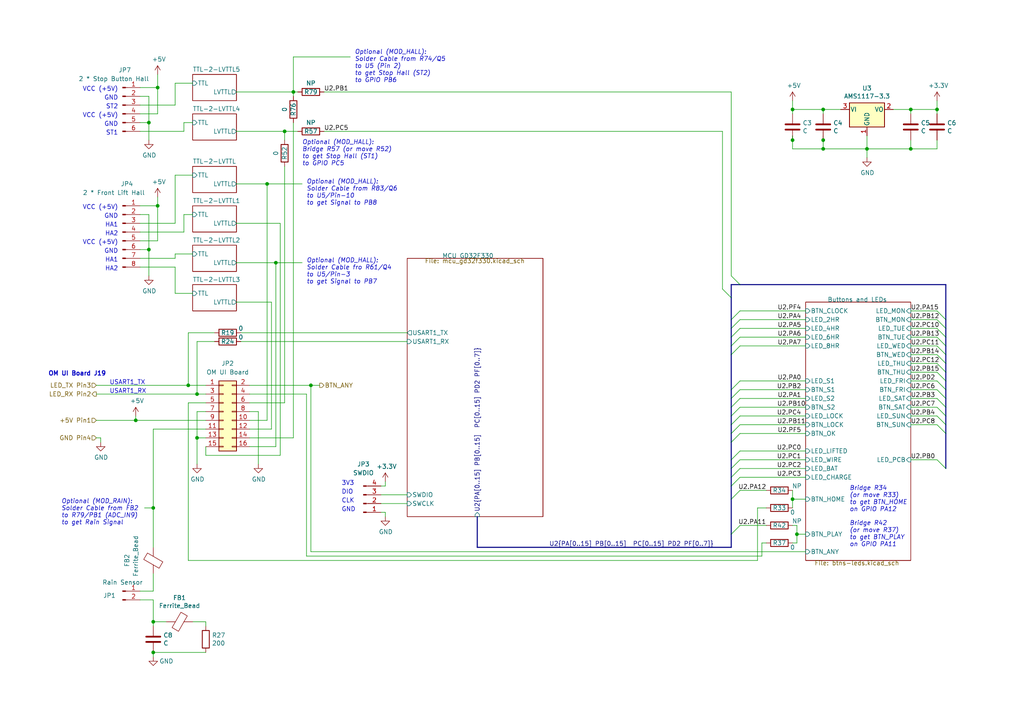
<source format=kicad_sch>
(kicad_sch (version 20211123) (generator eeschema)
  (paper "A4")
  (title_block (title "YardForce Classic 500B CoverUI") (date "2023-08-12") (rev "0.1") (comment 1 "(c) Apehaenger") (comment 2 "For https://openmower.de") (comment 3 "RM-ECOW-V1.3.1 20210809 with GD32F330R8Tx"))
  (lib_symbols
    (symbol "Connector:Conn_01x02_Male" (pin_names (offset 1.016) hide)
      (property "Reference" "J" (at 0 2.54 0))
      (property "Value" "Conn_01x02_Male" (at 0 -5.08 0))
      (symbol "Conn_01x02_Male_1_1"
        (polyline (pts (xy 1.27 -2.54) (xy 0.8636 -2.54)) (stroke (width 0.1524)))
        (polyline (pts (xy 1.27 0) (xy 0.8636 0)) (stroke (width 0.1524)))
        (rectangle (start 0.8636 -2.413) (end 0 -2.667) (stroke (width 0.1524)) (fill (type outline)))
        (rectangle (start 0.8636 0.127) (end 0 -0.127) (stroke (width 0.1524)) (fill (type outline)))
        (pin passive line (at 5.08 0 180) (length 3.81) (name "Pin_1") (number "1"))
        (pin passive line (at 5.08 -2.54 180) (length 3.81) (name "Pin_2") (number "2"))
      )
    )
    (symbol "Connector:Conn_01x04_Male" (pin_names (offset 1.016) hide)
      (property "Reference" "J" (at 0 5.08 0))
      (property "Value" "Conn_01x04_Male" (at 0 -7.62 0))
      (symbol "Conn_01x04_Male_1_1"
        (polyline (pts (xy 1.27 -5.08) (xy 0.8636 -5.08)) (stroke (width 0.1524)))
        (polyline (pts (xy 1.27 -2.54) (xy 0.8636 -2.54)) (stroke (width 0.1524)))
        (polyline (pts (xy 1.27 0) (xy 0.8636 0)) (stroke (width 0.1524)))
        (polyline (pts (xy 1.27 2.54) (xy 0.8636 2.54)) (stroke (width 0.1524)))
        (rectangle (start 0.8636 -4.953) (end 0 -5.207) (stroke (width 0.1524)) (fill (type outline)))
        (rectangle (start 0.8636 -2.413) (end 0 -2.667) (stroke (width 0.1524)) (fill (type outline)))
        (rectangle (start 0.8636 0.127) (end 0 -0.127) (stroke (width 0.1524)) (fill (type outline)))
        (rectangle (start 0.8636 2.667) (end 0 2.413) (stroke (width 0.1524)) (fill (type outline)))
        (pin passive line (at 5.08 2.54 180) (length 3.81) (name "Pin_1") (number "1"))
        (pin passive line (at 5.08 0 180) (length 3.81) (name "Pin_2") (number "2"))
        (pin passive line (at 5.08 -2.54 180) (length 3.81) (name "Pin_3") (number "3"))
        (pin passive line (at 5.08 -5.08 180) (length 3.81) (name "Pin_4") (number "4"))
      )
    )
    (symbol "Connector:Conn_01x06_Male" (pin_names (offset 1.016) hide)
      (property "Reference" "J" (at 0 7.62 0))
      (property "Value" "Conn_01x06_Male" (at 0 -10.16 0))
      (symbol "Conn_01x06_Male_1_1"
        (polyline (pts (xy 1.27 -7.62) (xy 0.8636 -7.62)) (stroke (width 0.1524)))
        (polyline (pts (xy 1.27 -5.08) (xy 0.8636 -5.08)) (stroke (width 0.1524)))
        (polyline (pts (xy 1.27 -2.54) (xy 0.8636 -2.54)) (stroke (width 0.1524)))
        (polyline (pts (xy 1.27 0) (xy 0.8636 0)) (stroke (width 0.1524)))
        (polyline (pts (xy 1.27 2.54) (xy 0.8636 2.54)) (stroke (width 0.1524)))
        (polyline (pts (xy 1.27 5.08) (xy 0.8636 5.08)) (stroke (width 0.1524)))
        (rectangle (start 0.8636 -7.493) (end 0 -7.747) (stroke (width 0.1524)) (fill (type outline)))
        (rectangle (start 0.8636 -4.953) (end 0 -5.207) (stroke (width 0.1524)) (fill (type outline)))
        (rectangle (start 0.8636 -2.413) (end 0 -2.667) (stroke (width 0.1524)) (fill (type outline)))
        (rectangle (start 0.8636 0.127) (end 0 -0.127) (stroke (width 0.1524)) (fill (type outline)))
        (rectangle (start 0.8636 2.667) (end 0 2.413) (stroke (width 0.1524)) (fill (type outline)))
        (rectangle (start 0.8636 5.207) (end 0 4.953) (stroke (width 0.1524)) (fill (type outline)))
        (pin passive line (at 5.08 5.08 180) (length 3.81) (name "Pin_1") (number "1"))
        (pin passive line (at 5.08 2.54 180) (length 3.81) (name "Pin_2") (number "2"))
        (pin passive line (at 5.08 0 180) (length 3.81) (name "Pin_3") (number "3"))
        (pin passive line (at 5.08 -2.54 180) (length 3.81) (name "Pin_4") (number "4"))
        (pin passive line (at 5.08 -5.08 180) (length 3.81) (name "Pin_5") (number "5"))
        (pin passive line (at 5.08 -7.62 180) (length 3.81) (name "Pin_6") (number "6"))
      )
    )
    (symbol "Connector:Conn_01x08_Male" (pin_names (offset 1.016) hide)
      (property "Reference" "J" (at 0 10.16 0))
      (property "Value" "Conn_01x08_Male" (at 0 -12.7 0))
      (symbol "Conn_01x08_Male_1_1"
        (polyline (pts (xy 1.27 -10.16) (xy 0.8636 -10.16)) (stroke (width 0.1524)))
        (polyline (pts (xy 1.27 -7.62) (xy 0.8636 -7.62)) (stroke (width 0.1524)))
        (polyline (pts (xy 1.27 -5.08) (xy 0.8636 -5.08)) (stroke (width 0.1524)))
        (polyline (pts (xy 1.27 -2.54) (xy 0.8636 -2.54)) (stroke (width 0.1524)))
        (polyline (pts (xy 1.27 0) (xy 0.8636 0)) (stroke (width 0.1524)))
        (polyline (pts (xy 1.27 2.54) (xy 0.8636 2.54)) (stroke (width 0.1524)))
        (polyline (pts (xy 1.27 5.08) (xy 0.8636 5.08)) (stroke (width 0.1524)))
        (polyline (pts (xy 1.27 7.62) (xy 0.8636 7.62)) (stroke (width 0.1524)))
        (rectangle (start 0.8636 -10.033) (end 0 -10.287) (stroke (width 0.1524)) (fill (type outline)))
        (rectangle (start 0.8636 -7.493) (end 0 -7.747) (stroke (width 0.1524)) (fill (type outline)))
        (rectangle (start 0.8636 -4.953) (end 0 -5.207) (stroke (width 0.1524)) (fill (type outline)))
        (rectangle (start 0.8636 -2.413) (end 0 -2.667) (stroke (width 0.1524)) (fill (type outline)))
        (rectangle (start 0.8636 0.127) (end 0 -0.127) (stroke (width 0.1524)) (fill (type outline)))
        (rectangle (start 0.8636 2.667) (end 0 2.413) (stroke (width 0.1524)) (fill (type outline)))
        (rectangle (start 0.8636 5.207) (end 0 4.953) (stroke (width 0.1524)) (fill (type outline)))
        (rectangle (start 0.8636 7.747) (end 0 7.493) (stroke (width 0.1524)) (fill (type outline)))
        (pin passive line (at 5.08 7.62 180) (length 3.81) (name "Pin_1") (number "1"))
        (pin passive line (at 5.08 5.08 180) (length 3.81) (name "Pin_2") (number "2"))
        (pin passive line (at 5.08 2.54 180) (length 3.81) (name "Pin_3") (number "3"))
        (pin passive line (at 5.08 0 180) (length 3.81) (name "Pin_4") (number "4"))
        (pin passive line (at 5.08 -2.54 180) (length 3.81) (name "Pin_5") (number "5"))
        (pin passive line (at 5.08 -5.08 180) (length 3.81) (name "Pin_6") (number "6"))
        (pin passive line (at 5.08 -7.62 180) (length 3.81) (name "Pin_7") (number "7"))
        (pin passive line (at 5.08 -10.16 180) (length 3.81) (name "Pin_8") (number "8"))
      )
    )
    (symbol "Connector_Generic:Conn_02x08_Odd_Even" (pin_names (offset 1.016) hide)
      (property "Reference" "J" (at 1.27 10.16 0))
      (property "Value" "Conn_02x08_Odd_Even" (at 1.27 -12.7 0))
      (symbol "Conn_02x08_Odd_Even_1_1"
        (rectangle (start -1.27 -10.033) (end 0 -10.287) (stroke (width 0.1524)))
        (rectangle (start -1.27 -7.493) (end 0 -7.747) (stroke (width 0.1524)))
        (rectangle (start -1.27 -4.953) (end 0 -5.207) (stroke (width 0.1524)))
        (rectangle (start -1.27 -2.413) (end 0 -2.667) (stroke (width 0.1524)))
        (rectangle (start -1.27 0.127) (end 0 -0.127) (stroke (width 0.1524)))
        (rectangle (start -1.27 2.667) (end 0 2.413) (stroke (width 0.1524)))
        (rectangle (start -1.27 5.207) (end 0 4.953) (stroke (width 0.1524)))
        (rectangle (start -1.27 7.747) (end 0 7.493) (stroke (width 0.1524)))
        (rectangle (start -1.27 8.89) (end 3.81 -11.43) (stroke (width 0.254)) (fill (type background)))
        (rectangle (start 3.81 -10.033) (end 2.54 -10.287) (stroke (width 0.1524)))
        (rectangle (start 3.81 -7.493) (end 2.54 -7.747) (stroke (width 0.1524)))
        (rectangle (start 3.81 -4.953) (end 2.54 -5.207) (stroke (width 0.1524)))
        (rectangle (start 3.81 -2.413) (end 2.54 -2.667) (stroke (width 0.1524)))
        (rectangle (start 3.81 0.127) (end 2.54 -0.127) (stroke (width 0.1524)))
        (rectangle (start 3.81 2.667) (end 2.54 2.413) (stroke (width 0.1524)))
        (rectangle (start 3.81 5.207) (end 2.54 4.953) (stroke (width 0.1524)))
        (rectangle (start 3.81 7.747) (end 2.54 7.493) (stroke (width 0.1524)))
        (pin passive line (at -5.08 7.62 0) (length 3.81) (name "Pin_1") (number "1"))
        (pin passive line (at 7.62 -2.54 180) (length 3.81) (name "Pin_10") (number "10"))
        (pin passive line (at -5.08 -5.08 0) (length 3.81) (name "Pin_11") (number "11"))
        (pin passive line (at 7.62 -5.08 180) (length 3.81) (name "Pin_12") (number "12"))
        (pin passive line (at -5.08 -7.62 0) (length 3.81) (name "Pin_13") (number "13"))
        (pin passive line (at 7.62 -7.62 180) (length 3.81) (name "Pin_14") (number "14"))
        (pin passive line (at -5.08 -10.16 0) (length 3.81) (name "Pin_15") (number "15"))
        (pin passive line (at 7.62 -10.16 180) (length 3.81) (name "Pin_16") (number "16"))
        (pin passive line (at 7.62 7.62 180) (length 3.81) (name "Pin_2") (number "2"))
        (pin passive line (at -5.08 5.08 0) (length 3.81) (name "Pin_3") (number "3"))
        (pin passive line (at 7.62 5.08 180) (length 3.81) (name "Pin_4") (number "4"))
        (pin passive line (at -5.08 2.54 0) (length 3.81) (name "Pin_5") (number "5"))
        (pin passive line (at 7.62 2.54 180) (length 3.81) (name "Pin_6") (number "6"))
        (pin passive line (at -5.08 0 0) (length 3.81) (name "Pin_7") (number "7"))
        (pin passive line (at 7.62 0 180) (length 3.81) (name "Pin_8") (number "8"))
        (pin passive line (at -5.08 -2.54 0) (length 3.81) (name "Pin_9") (number "9"))
      )
    )
    (symbol "Device:C" (pin_numbers hide) (pin_names (offset 0.254))
      (property "Reference" "C" (at 0.635 2.54 0))
      (property "Value" "C" (at 0.635 -2.54 0))
      (symbol "C_0_1"
        (polyline (pts (xy -2.032 -0.762) (xy 2.032 -0.762)) (stroke (width 0.508)))
        (polyline (pts (xy -2.032 0.762) (xy 2.032 0.762)) (stroke (width 0.508)))
      )
      (symbol "C_1_1"
        (pin passive line (at 0 3.81 270) (length 2.794) (name "~") (number "1"))
        (pin passive line (at 0 -3.81 90) (length 2.794) (name "~") (number "2"))
      )
    )
    (symbol "Device:Ferrite_Bead" (pin_numbers hide) (pin_names (offset 0))
      (property "Reference" "FB" (at -3.81 0.635 90))
      (property "Value" "Device_Ferrite_Bead" (at 3.81 0 90))
      (symbol "Ferrite_Bead_0_1"
        (polyline (pts (xy 0 -1.27) (xy 0 -1.2192)))
        (polyline (pts (xy 0 1.27) (xy 0 1.2954)))
        (polyline (pts (xy -2.7686 0.4064) (xy -1.7018 2.2606) (xy 2.7686 -0.3048) (xy 1.6764 -2.159) (xy -2.7686 0.4064)))
      )
      (symbol "Ferrite_Bead_1_1"
        (pin passive line (at 0 3.81 270) (length 2.54) (name "~") (number "1"))
        (pin passive line (at 0 -3.81 90) (length 2.54) (name "~") (number "2"))
      )
    )
    (symbol "Device:R" (pin_numbers hide) (pin_names (offset 0))
      (property "Reference" "R" (at 2.032 0 90))
      (property "Value" "R" (at 0 0 90))
      (symbol "R_0_1"
        (rectangle (start -1.016 -2.54) (end 1.016 2.54) (stroke (width 0.254)))
      )
      (symbol "R_1_1"
        (pin passive line (at 0 3.81 270) (length 1.27) (name "~") (number "1"))
        (pin passive line (at 0 -3.81 90) (length 1.27) (name "~") (number "2"))
      )
    )
    (symbol "Regulator_Linear:AMS1117-3.3" (pin_names (offset 0.254))
      (property "Reference" "U" (at -3.81 3.175 0))
      (property "Value" "AMS1117-3.3" (at 0 3.175 0))
      (symbol "AMS1117-3.3_0_1"
        (rectangle (start -5.08 -5.08) (end 5.08 1.905) (stroke (width 0.254)) (fill (type background)))
      )
      (symbol "AMS1117-3.3_1_1"
        (pin power_in line (at 0 -7.62 90) (length 2.54) (name "GND") (number "1"))
        (pin power_out line (at 7.62 0 180) (length 2.54) (name "VO") (number "2"))
        (pin power_in line (at -7.62 0 0) (length 2.54) (name "VI") (number "3"))
      )
    )
    (symbol "power:+3.3V" (power) (pin_names (offset 0))
      (property "Value" "+3.3V" (at 0 3.556 0))
      (symbol "+3.3V_0_1"
        (polyline (pts (xy -0.762 1.27) (xy 0 2.54)))
        (polyline (pts (xy 0 0) (xy 0 2.54)))
        (polyline (pts (xy 0 2.54) (xy 0.762 1.27)))
      )
      (symbol "+3.3V_1_1"
        (pin power_in line (at 0 0 90) (length 0) hide (name "+3.3V") (number "1"))
      )
    )
    (symbol "power:+5V" (power) (pin_names (offset 0))
      (property "Value" "+5V" (at 0 3.556 0))
      (symbol "+5V_0_1"
        (polyline (pts (xy -0.762 1.27) (xy 0 2.54)))
        (polyline (pts (xy 0 0) (xy 0 2.54)))
        (polyline (pts (xy 0 2.54) (xy 0.762 1.27)))
      )
      (symbol "+5V_1_1"
        (pin power_in line (at 0 0 90) (length 0) hide (name "+5V") (number "1"))
      )
    )
    (symbol "power:GND" (power) (pin_names (offset 0))
      (property "Value" "GND" (at 0 -3.81 0))
      (symbol "GND_0_1"
        (polyline (pts (xy 0 0) (xy 0 -1.27) (xy 1.27 -1.27) (xy 0 -2.54) (xy -1.27 -1.27) (xy 0 -1.27)))
      )
      (symbol "GND_1_1"
        (pin power_in line (at 0 0 270) (length 0) hide (name "GND") (number "1"))
      )
    )
  )
  (junction (at 229.87 40.64))
  (junction (at 45.72 25.4))
  (junction (at 57.15 114.3))
  (junction (at 231.14 154.94))
  (junction (at 57.15 127))
  (junction (at 77.47 53.34))
  (junction (at 80.01 76.2))
  (junction (at 251.46 43.18))
  (junction (at 238.76 43.18))
  (junction (at 85.09 26.67))
  (junction (at 39.37 121.92))
  (junction (at 82.55 38.1))
  (junction (at 264.16 43.18))
  (junction (at 264.16 31.75))
  (junction (at 238.76 31.75))
  (junction (at 90.17 111.76))
  (junction (at 44.45 189.23))
  (junction (at 54.61 111.76))
  (junction (at 271.78 31.75))
  (junction (at 229.87 144.78))
  (junction (at 43.18 35.56))
  (junction (at 45.72 59.69))
  (junction (at 238.76 40.64))
  (junction (at 44.45 147.32))
  (junction (at 43.18 72.39))
  (junction (at 229.87 31.75))
  (junction (at 44.45 180.34))
  (bus_entry (at 212.09 123.19) (size 2.54 -2.54))
  (bus_entry (at 212.09 125.73) (size 2.54 -2.54))
  (bus_entry (at 212.09 133.35) (size 2.54 -2.54))
  (bus_entry (at 212.09 100.33) (size 2.54 -2.54))
  (bus_entry (at 274.32 115.57) (size -2.54 -2.54))
  (bus_entry (at 212.09 115.57) (size 2.54 -2.54))
  (bus_entry (at 212.09 92.71) (size 2.54 -2.54))
  (bus_entry (at 274.32 135.89) (size -2.54 -2.54))
  (bus_entry (at 274.32 100.33) (size -2.54 -2.54))
  (bus_entry (at 274.32 113.03) (size -2.54 -2.54))
  (bus_entry (at 212.09 138.43) (size 2.54 -2.54))
  (bus_entry (at 274.32 105.41) (size -2.54 -2.54))
  (bus_entry (at 212.09 86.36) (size -2.54 -2.54))
  (bus_entry (at 212.09 144.78) (size 2.54 -2.54))
  (bus_entry (at 212.09 128.27) (size 2.54 -2.54))
  (bus_entry (at 212.09 118.11) (size 2.54 -2.54))
  (bus_entry (at 274.32 95.25) (size -2.54 -2.54))
  (bus_entry (at 212.09 113.03) (size 2.54 -2.54))
  (bus_entry (at 212.09 120.65) (size 2.54 -2.54))
  (bus_entry (at 274.32 123.19) (size -2.54 -2.54))
  (bus_entry (at 274.32 118.11) (size -2.54 -2.54))
  (bus_entry (at 212.09 95.25) (size 2.54 -2.54))
  (bus_entry (at 214.63 82.55) (size -2.54 -2.54))
  (bus_entry (at 274.32 110.49) (size -2.54 -2.54))
  (bus_entry (at 274.32 102.87) (size -2.54 -2.54))
  (bus_entry (at 212.09 102.87) (size 2.54 -2.54))
  (bus_entry (at 274.32 97.79) (size -2.54 -2.54))
  (bus_entry (at 212.09 154.94) (size 2.54 -2.54))
  (bus_entry (at 212.09 135.89) (size 2.54 -2.54))
  (bus_entry (at 274.32 92.71) (size -2.54 -2.54))
  (bus_entry (at 274.32 125.73) (size -2.54 -2.54))
  (bus_entry (at 274.32 120.65) (size -2.54 -2.54))
  (bus_entry (at 212.09 97.79) (size 2.54 -2.54))
  (bus_entry (at 212.09 140.97) (size 2.54 -2.54))
  (bus_entry (at 274.32 107.95) (size -2.54 -2.54))
  (bus (pts (xy 212.09 97.79) (xy 212.09 95.25)))
  (wire (pts (xy 271.78 31.75) (xy 271.78 33.02)))
  (wire (pts (xy 90.17 111.76) (xy 90.17 160.02)))
  (bus (pts (xy 212.09 82.55) (xy 214.63 82.55)))
  (wire (pts (xy 57.15 114.3) (xy 59.69 114.3)))
  (wire (pts (xy 229.87 31.75) (xy 229.87 33.02)))
  (bus (pts (xy 212.09 102.87) (xy 212.09 100.33)))
  (wire (pts (xy 68.58 38.1) (xy 82.55 38.1)))
  (wire (pts (xy 214.63 113.03) (xy 233.68 113.03)))
  (wire (pts (xy 69.85 96.52) (xy 118.11 96.52)))
  (wire (pts (xy 214.63 100.33) (xy 233.68 100.33)))
  (wire (pts (xy 219.71 162.56) (xy 219.71 147.32)))
  (wire (pts (xy 44.45 147.32) (xy 44.45 158.75)))
  (wire (pts (xy 264.16 113.03) (xy 271.78 113.03)))
  (wire (pts (xy 229.87 144.78) (xy 229.87 147.32)))
  (wire (pts (xy 264.16 107.95) (xy 271.78 107.95)))
  (wire (pts (xy 41.91 147.32) (xy 44.45 147.32)))
  (wire (pts (xy 238.76 40.64) (xy 238.76 43.18)))
  (wire (pts (xy 40.64 59.69) (xy 45.72 59.69)))
  (wire (pts (xy 40.64 173.99) (xy 44.45 173.99)))
  (wire (pts (xy 68.58 76.2) (xy 80.01 76.2)))
  (wire (pts (xy 82.55 38.1) (xy 82.55 40.64)))
  (wire (pts (xy 238.76 31.75) (xy 243.84 31.75)))
  (wire (pts (xy 86.36 38.1) (xy 82.55 38.1)))
  (bus (pts (xy 274.32 123.19) (xy 274.32 125.73)))
  (wire (pts (xy 50.8 24.13) (xy 55.88 24.13)))
  (wire (pts (xy 72.39 114.3) (xy 88.9 114.3)))
  (wire (pts (xy 90.17 160.02) (xy 233.68 160.02)))
  (wire (pts (xy 85.09 35.56) (xy 85.09 127)))
  (wire (pts (xy 110.49 148.59) (xy 111.76 148.59)))
  (wire (pts (xy 264.16 31.75) (xy 271.78 31.75)))
  (wire (pts (xy 85.09 26.67) (xy 85.09 27.94)))
  (wire (pts (xy 264.16 105.41) (xy 271.78 105.41)))
  (wire (pts (xy 68.58 53.34) (xy 77.47 53.34)))
  (wire (pts (xy 251.46 39.37) (xy 251.46 43.18)))
  (wire (pts (xy 85.09 16.51) (xy 101.6 16.51)))
  (wire (pts (xy 50.8 50.8) (xy 55.88 50.8)))
  (wire (pts (xy 40.64 30.48) (xy 50.8 30.48)))
  (wire (pts (xy 27.94 114.3) (xy 57.15 114.3)))
  (wire (pts (xy 110.49 146.05) (xy 118.11 146.05)))
  (bus (pts (xy 212.09 123.19) (xy 212.09 125.73)))
  (wire (pts (xy 68.58 64.77) (xy 81.28 64.77)))
  (bus (pts (xy 274.32 97.79) (xy 274.32 100.33)))
  (wire (pts (xy 264.16 110.49) (xy 271.78 110.49)))
  (wire (pts (xy 27.94 111.76) (xy 54.61 111.76)))
  (wire (pts (xy 39.37 121.92) (xy 59.69 121.92)))
  (bus (pts (xy 212.09 138.43) (xy 212.09 140.97)))
  (wire (pts (xy 264.16 123.19) (xy 271.78 123.19)))
  (wire (pts (xy 50.8 85.09) (xy 55.88 85.09)))
  (wire (pts (xy 50.8 74.93) (xy 50.8 73.66)))
  (wire (pts (xy 212.09 80.01) (xy 212.09 26.67)))
  (wire (pts (xy 45.72 59.69) (xy 45.72 69.85)))
  (wire (pts (xy 229.87 40.64) (xy 229.87 43.18)))
  (wire (pts (xy 231.14 154.94) (xy 231.14 152.4)))
  (wire (pts (xy 214.63 142.24) (xy 222.25 142.24)))
  (wire (pts (xy 29.21 127) (xy 29.21 128.27)))
  (wire (pts (xy 50.8 64.77) (xy 50.8 50.8)))
  (wire (pts (xy 271.78 43.18) (xy 271.78 40.64)))
  (bus (pts (xy 212.09 128.27) (xy 212.09 133.35)))
  (wire (pts (xy 238.76 43.18) (xy 251.46 43.18)))
  (bus (pts (xy 212.09 135.89) (xy 212.09 138.43)))
  (wire (pts (xy 90.17 111.76) (xy 92.71 111.76)))
  (wire (pts (xy 43.18 72.39) (xy 40.64 72.39)))
  (wire (pts (xy 68.58 87.63) (xy 78.74 87.63)))
  (wire (pts (xy 54.61 96.52) (xy 54.61 111.76)))
  (bus (pts (xy 274.32 113.03) (xy 274.32 115.57)))
  (bus (pts (xy 274.32 92.71) (xy 274.32 95.25)))
  (wire (pts (xy 74.93 119.38) (xy 74.93 134.62)))
  (wire (pts (xy 77.47 53.34) (xy 77.47 121.92)))
  (wire (pts (xy 59.69 189.23) (xy 44.45 189.23)))
  (wire (pts (xy 110.49 143.51) (xy 118.11 143.51)))
  (bus (pts (xy 212.09 86.36) (xy 212.09 82.55)))
  (wire (pts (xy 214.63 115.57) (xy 233.68 115.57)))
  (wire (pts (xy 214.63 152.4) (xy 222.25 152.4)))
  (wire (pts (xy 209.55 83.82) (xy 209.55 38.1)))
  (bus (pts (xy 212.09 115.57) (xy 212.09 118.11)))
  (bus (pts (xy 274.32 110.49) (xy 274.32 113.03)))
  (wire (pts (xy 44.45 124.46) (xy 59.69 124.46)))
  (wire (pts (xy 229.87 31.75) (xy 238.76 31.75)))
  (wire (pts (xy 214.63 97.79) (xy 233.68 97.79)))
  (wire (pts (xy 214.63 123.19) (xy 233.68 123.19)))
  (wire (pts (xy 44.45 124.46) (xy 44.45 147.32)))
  (wire (pts (xy 110.49 140.97) (xy 111.76 140.97)))
  (wire (pts (xy 214.63 120.65) (xy 233.68 120.65)))
  (wire (pts (xy 251.46 43.18) (xy 264.16 43.18)))
  (wire (pts (xy 43.18 27.94) (xy 43.18 35.56)))
  (wire (pts (xy 264.16 90.17) (xy 271.78 90.17)))
  (wire (pts (xy 59.69 116.84) (xy 54.61 116.84)))
  (wire (pts (xy 85.09 26.67) (xy 68.58 26.67)))
  (wire (pts (xy 40.64 25.4) (xy 45.72 25.4)))
  (wire (pts (xy 72.39 111.76) (xy 90.17 111.76)))
  (wire (pts (xy 219.71 162.56) (xy 54.61 162.56)))
  (wire (pts (xy 259.08 31.75) (xy 264.16 31.75)))
  (wire (pts (xy 264.16 100.33) (xy 271.78 100.33)))
  (wire (pts (xy 62.23 96.52) (xy 54.61 96.52)))
  (wire (pts (xy 264.16 43.18) (xy 271.78 43.18)))
  (bus (pts (xy 212.09 154.94) (xy 212.09 158.75)))
  (wire (pts (xy 82.55 116.84) (xy 72.39 116.84)))
  (wire (pts (xy 40.64 74.93) (xy 50.8 74.93)))
  (bus (pts (xy 274.32 125.73) (xy 274.32 135.89)))
  (wire (pts (xy 72.39 119.38) (xy 74.93 119.38)))
  (bus (pts (xy 212.09 125.73) (xy 212.09 128.27)))
  (wire (pts (xy 59.69 180.34) (xy 55.88 180.34)))
  (wire (pts (xy 59.69 119.38) (xy 57.15 119.38)))
  (wire (pts (xy 238.76 39.37) (xy 238.76 40.64)))
  (wire (pts (xy 214.63 118.11) (xy 233.68 118.11)))
  (wire (pts (xy 80.01 76.2) (xy 87.63 76.2)))
  (wire (pts (xy 85.09 26.67) (xy 85.09 16.51)))
  (wire (pts (xy 264.16 102.87) (xy 271.78 102.87)))
  (wire (pts (xy 50.8 77.47) (xy 50.8 85.09)))
  (bus (pts (xy 212.09 102.87) (xy 212.09 113.03)))
  (wire (pts (xy 50.8 73.66) (xy 55.88 73.66)))
  (bus (pts (xy 212.09 144.78) (xy 212.09 154.94)))
  (wire (pts (xy 264.16 95.25) (xy 271.78 95.25)))
  (wire (pts (xy 231.14 157.48) (xy 231.14 154.94)))
  (wire (pts (xy 39.37 120.65) (xy 39.37 121.92)))
  (wire (pts (xy 69.85 99.06) (xy 118.11 99.06)))
  (bus (pts (xy 212.09 140.97) (xy 212.09 144.78)))
  (bus (pts (xy 274.32 100.33) (xy 274.32 102.87)))
  (wire (pts (xy 57.15 127) (xy 59.69 127)))
  (wire (pts (xy 44.45 173.99) (xy 44.45 180.34)))
  (wire (pts (xy 77.47 121.92) (xy 72.39 121.92)))
  (wire (pts (xy 45.72 25.4) (xy 45.72 33.02)))
  (wire (pts (xy 229.87 31.75) (xy 229.87 29.21)))
  (bus (pts (xy 212.09 118.11) (xy 212.09 120.65)))
  (wire (pts (xy 264.16 118.11) (xy 271.78 118.11)))
  (wire (pts (xy 53.34 67.31) (xy 53.34 62.23)))
  (wire (pts (xy 80.01 76.2) (xy 80.01 129.54)))
  (wire (pts (xy 264.16 92.71) (xy 271.78 92.71)))
  (wire (pts (xy 43.18 72.39) (xy 43.18 80.01)))
  (wire (pts (xy 264.16 120.65) (xy 271.78 120.65)))
  (wire (pts (xy 45.72 69.85) (xy 40.64 69.85)))
  (wire (pts (xy 214.63 90.17) (xy 233.68 90.17)))
  (wire (pts (xy 220.98 161.29) (xy 88.9 161.29)))
  (wire (pts (xy 251.46 43.18) (xy 251.46 45.72)))
  (wire (pts (xy 220.98 161.29) (xy 220.98 157.48)))
  (wire (pts (xy 214.63 135.89) (xy 233.68 135.89)))
  (wire (pts (xy 40.64 171.45) (xy 44.45 171.45)))
  (wire (pts (xy 229.87 43.18) (xy 238.76 43.18)))
  (wire (pts (xy 53.34 35.56) (xy 55.88 35.56)))
  (wire (pts (xy 214.63 92.71) (xy 233.68 92.71)))
  (bus (pts (xy 274.32 105.41) (xy 274.32 107.95)))
  (wire (pts (xy 40.64 38.1) (xy 53.34 38.1)))
  (wire (pts (xy 59.69 181.61) (xy 59.69 180.34)))
  (bus (pts (xy 212.09 113.03) (xy 212.09 115.57)))
  (wire (pts (xy 231.14 152.4) (xy 229.87 152.4)))
  (wire (pts (xy 45.72 57.15) (xy 45.72 59.69)))
  (wire (pts (xy 40.64 62.23) (xy 43.18 62.23)))
  (wire (pts (xy 53.34 38.1) (xy 53.34 35.56)))
  (wire (pts (xy 59.69 132.08) (xy 59.69 129.54)))
  (wire (pts (xy 27.94 127) (xy 29.21 127)))
  (wire (pts (xy 44.45 189.23) (xy 44.45 190.5)))
  (wire (pts (xy 54.61 116.84) (xy 54.61 162.56)))
  (wire (pts (xy 44.45 181.61) (xy 44.45 180.34)))
  (wire (pts (xy 43.18 62.23) (xy 43.18 72.39)))
  (wire (pts (xy 77.47 53.34) (xy 87.63 53.34)))
  (bus (pts (xy 214.63 82.55) (xy 274.32 82.55)))
  (bus (pts (xy 138.43 158.75) (xy 138.43 149.86)))
  (bus (pts (xy 212.09 95.25) (xy 212.09 92.71)))
  (wire (pts (xy 264.16 133.35) (xy 271.78 133.35)))
  (wire (pts (xy 214.63 110.49) (xy 233.68 110.49)))
  (wire (pts (xy 85.09 26.67) (xy 86.36 26.67)))
  (wire (pts (xy 40.64 64.77) (xy 50.8 64.77)))
  (wire (pts (xy 80.01 129.54) (xy 72.39 129.54)))
  (wire (pts (xy 214.63 130.81) (xy 233.68 130.81)))
  (bus (pts (xy 212.09 92.71) (xy 212.09 86.36)))
  (wire (pts (xy 214.63 125.73) (xy 233.68 125.73)))
  (wire (pts (xy 44.45 166.37) (xy 44.45 171.45)))
  (bus (pts (xy 274.32 107.95) (xy 274.32 110.49)))
  (wire (pts (xy 40.64 77.47) (xy 50.8 77.47)))
  (wire (pts (xy 214.63 133.35) (xy 233.68 133.35)))
  (wire (pts (xy 57.15 99.06) (xy 57.15 114.3)))
  (bus (pts (xy 212.09 133.35) (xy 212.09 135.89)))
  (bus (pts (xy 274.32 120.65) (xy 274.32 123.19)))
  (bus (pts (xy 274.32 102.87) (xy 274.32 105.41)))
  (wire (pts (xy 220.98 157.48) (xy 222.25 157.48)))
  (bus (pts (xy 212.09 120.65) (xy 212.09 123.19)))
  (bus (pts (xy 274.32 118.11) (xy 274.32 120.65)))
  (wire (pts (xy 50.8 30.48) (xy 50.8 24.13)))
  (wire (pts (xy 57.15 119.38) (xy 57.15 127)))
  (wire (pts (xy 233.68 154.94) (xy 231.14 154.94)))
  (wire (pts (xy 45.72 33.02) (xy 40.64 33.02)))
  (bus (pts (xy 212.09 100.33) (xy 212.09 97.79)))
  (wire (pts (xy 88.9 114.3) (xy 88.9 161.29)))
  (wire (pts (xy 45.72 21.59) (xy 45.72 25.4)))
  (wire (pts (xy 40.64 35.56) (xy 43.18 35.56)))
  (wire (pts (xy 264.16 97.79) (xy 271.78 97.79)))
  (wire (pts (xy 44.45 180.34) (xy 48.26 180.34)))
  (wire (pts (xy 78.74 87.63) (xy 78.74 124.46)))
  (wire (pts (xy 238.76 33.02) (xy 238.76 31.75)))
  (wire (pts (xy 85.09 127) (xy 72.39 127)))
  (wire (pts (xy 111.76 140.97) (xy 111.76 139.7)))
  (wire (pts (xy 62.23 99.06) (xy 57.15 99.06)))
  (bus (pts (xy 274.32 82.55) (xy 274.32 92.71)))
  (wire (pts (xy 229.87 142.24) (xy 229.87 144.78)))
  (wire (pts (xy 212.09 26.67) (xy 93.98 26.67)))
  (wire (pts (xy 78.74 124.46) (xy 72.39 124.46)))
  (bus (pts (xy 138.43 158.75) (xy 212.09 158.75)))
  (wire (pts (xy 214.63 138.43) (xy 233.68 138.43)))
  (wire (pts (xy 229.87 144.78) (xy 233.68 144.78)))
  (wire (pts (xy 264.16 115.57) (xy 271.78 115.57)))
  (wire (pts (xy 219.71 147.32) (xy 222.25 147.32)))
  (wire (pts (xy 40.64 67.31) (xy 53.34 67.31)))
  (bus (pts (xy 274.32 95.25) (xy 274.32 97.79)))
  (bus (pts (xy 274.32 115.57) (xy 274.32 118.11)))
  (wire (pts (xy 264.16 31.75) (xy 264.16 33.02)))
  (wire (pts (xy 229.87 39.37) (xy 229.87 40.64)))
  (wire (pts (xy 271.78 31.75) (xy 271.78 29.21)))
  (wire (pts (xy 54.61 111.76) (xy 59.69 111.76)))
  (wire (pts (xy 209.55 38.1) (xy 93.98 38.1)))
  (wire (pts (xy 43.18 35.56) (xy 43.18 40.64)))
  (wire (pts (xy 111.76 148.59) (xy 111.76 149.86)))
  (wire (pts (xy 81.28 132.08) (xy 59.69 132.08)))
  (wire (pts (xy 82.55 48.26) (xy 82.55 116.84)))
  (wire (pts (xy 40.64 27.94) (xy 43.18 27.94)))
  (wire (pts (xy 27.94 121.92) (xy 39.37 121.92)))
  (wire (pts (xy 53.34 62.23) (xy 55.88 62.23)))
  (wire (pts (xy 57.15 127) (xy 57.15 134.62)))
  (wire (pts (xy 214.63 95.25) (xy 233.68 95.25)))
  (wire (pts (xy 229.87 157.48) (xy 231.14 157.48)))
  (wire (pts (xy 81.28 64.77) (xy 81.28 132.08)))
  (wire (pts (xy 264.16 40.64) (xy 264.16 43.18)))
  (text "DIO" (at 99.06 143.51 0) (effects (font (size 1.27 1.27)) (justify left bottom)))
  (text "USART1_TX" (at 31.75 111.76 0) (effects (font (size 1.27 1.27)) (justify left bottom)))
  (text "HA2" (at 34.29 68.58 180) (effects (font (size 1.27 1.27)) (justify right bottom)))
  (text "3V3" (at 99.06 140.97 0) (effects (font (size 1.27 1.27)) (justify left bottom)))
  (text "OM UI Board J19" (at 13.97 109.22 0) (effects (font (size 1.27 1.27) (thickness 0.254) bold) (justify left bottom)))
  (text "CLK" (at 99.06 146.05 0) (effects (font (size 1.27 1.27)) (justify left bottom)))
  (text "VCC (+5V)" (at 34.29 71.12 180) (effects (font (size 1.27 1.27)) (justify right bottom)))
  (text "Optional (MOD_RAIN):\nSolder Cable from FB2\nto R79/PB1 (ADC_IN9)\nto get Rain Signal" (at 17.78 152.4 0) (effects (font (size 1.27 1.27) italic) (justify left bottom)))
  (text "HA1" (at 34.29 66.04 180) (effects (font (size 1.27 1.27)) (justify right bottom)))
  (text "GND" (at 34.29 36.83 180) (effects (font (size 1.27 1.27)) (justify right bottom)))
  (text "VCC (+5V)" (at 34.29 26.67 180) (effects (font (size 1.27 1.27)) (justify right bottom)))
  (text "Bridge R42\n(or move R37)\nto get BTN_PLAY\non GPIO PA11" (at 246.38 158.75 0) (effects (font (size 1.27 1.27) italic) (justify left bottom)))
  (text "GND" (at 34.29 63.5 180) (effects (font (size 1.27 1.27)) (justify right bottom)))
  (text "HA1" (at 34.29 76.2 180) (effects (font (size 1.27 1.27)) (justify right bottom)))
  (text "GND" (at 34.29 73.66 180) (effects (font (size 1.27 1.27)) (justify right bottom)))
  (text "ST1" (at 34.29 39.37 180) (effects (font (size 1.27 1.27)) (justify right bottom)))
  (text "GND" (at 99.06 148.59 0) (effects (font (size 1.27 1.27)) (justify left bottom)))
  (text "VCC (+5V)" (at 34.29 60.96 180) (effects (font (size 1.27 1.27)) (justify right bottom)))
  (text "VCC (+5V)" (at 34.29 34.29 180) (effects (font (size 1.27 1.27)) (justify right bottom)))
  (text "ST2" (at 34.29 31.75 180) (effects (font (size 1.27 1.27)) (justify right bottom)))
  (text "Bridge R34\n(or move R33)\nto get BTN_HOME\non GPIO PA12" (at 246.38 148.59 0) (effects (font (size 1.27 1.27) italic) (justify left bottom)))
  (text "Optional (MOD_HALL):\nSolder Cable from R74/Q5\nto U5 (Pin 2)\nto get Stop Hall (ST2)\nto GPIO PB6" (at 102.87 24.13 0) (effects (font (size 1.27 1.27) italic) (justify left bottom)))
  (text "GND" (at 34.29 29.21 180) (effects (font (size 1.27 1.27)) (justify right bottom)))
  (text "HA2" (at 34.29 78.74 180) (effects (font (size 1.27 1.27)) (justify right bottom)))
  (text "Optional (MOD_HALL):\nSolder Cable from R83/Q6\nto U5/Pin-10\nto get Signal to PB8" (at 88.9 59.69 0) (effects (font (size 1.27 1.27) italic) (justify left bottom)))
  (text "USART1_RX" (at 31.75 114.3 0) (effects (font (size 1.27 1.27)) (justify left bottom)))
  (text "Optional (MOD_HALL):\nSolder Cable fro R61/Q4\nto U5/Pin-3\nto get Signal to PB7" (at 88.9 82.55 0) (effects (font (size 1.27 1.27) italic) (justify left bottom)))
  (text "Optional (MOD_HALL):\nBridge R57 (or move R52)\nto get Stop Hall (ST1)\nto GPIO PC5" (at 87.63 48.26 0) (effects (font (size 1.27 1.27) italic) (justify left bottom)))
  (label "U2.PA5" (at 232.41 95.25 180))
  (label "U2.PF4" (at 232.41 90.17 180))
  (label "U2.PB2" (at 232.41 113.03 180))
  (label "U2.PA0" (at 232.41 110.49 180))
  (label "U2.PA7" (at 232.41 100.33 180))
  (label "U2.PA4" (at 232.41 92.71 180))
  (label "U2.PB13" (at 264.16 97.79 0))
  (label "U2.PD2" (at 264.16 110.49 0))
  (label "U2.PC6" (at 264.16 113.03 0))
  (label "U2.PA15" (at 264.16 90.17 0))
  (label "U2.PC5" (at 93.98 38.1 0))
  (label "U2.PC11" (at 264.16 100.33 0))
  (label "U2.PB0" (at 264.16 133.35 0))
  (label "U2.PB10" (at 233.68 118.11 180))
  (label "U2.PA6" (at 232.41 97.79 180))
  (label "U2.PB11" (at 233.68 123.19 180))
  (label "U2{PA[0..15] PB[0..15]  PC[0..15] PD2 PF[0..7]}" (at 207.01 158.75 180))
  (label "U2.PB12" (at 264.16 92.71 0))
  (label "U2.PA1" (at 232.41 115.57 180))
  (label "U2.PB14" (at 264.16 102.87 0))
  (label "U2.PA11" (at 222.25 152.4 180))
  (label "U2.PC1" (at 232.41 133.35 180))
  (label "U2.PB4" (at 264.16 120.65 0))
  (label "U2.PC12" (at 264.16 105.41 0))
  (label "U2.PC0" (at 232.41 130.81 180))
  (label "U2.PC3" (at 232.41 138.43 180))
  (label "U2.PC8" (at 264.16 123.19 0))
  (label "U2.PB1" (at 93.98 26.67 0))
  (label "U2.PB15" (at 264.16 107.95 0))
  (label "U2.PB3" (at 264.16 115.57 0))
  (label "U2.PC7" (at 264.16 118.11 0))
  (label "U2.PF5" (at 232.41 125.73 180))
  (label "U2.PA12" (at 222.25 142.24 180))
  (label "U2.PC4" (at 232.41 120.65 180))
  (label "U2.PC2" (at 232.41 135.89 180))
  (label "U2.PC10" (at 264.16 95.25 0))
  (hierarchical_label "GND Pin4" (shape input) (at 27.94 127 180))
  (hierarchical_label "LED_TX Pin3" (shape input) (at 27.94 111.76 180))
  (hierarchical_label "BTN_ANY" (shape output) (at 92.71 111.76 0))
  (hierarchical_label "LED_RX Pin2" (shape output) (at 27.94 114.3 180))
  (hierarchical_label "+5V Pin1" (shape input) (at 27.94 121.92 180))
  (symbol (lib_id "Device:R") (at 85.09 31.75 180) (unit 1) (in_bom no) (on_board no)
    (property "Reference" "R76" (at 85.09 31.75 90))
    (property "Value" "0" (at 82.55 31.75 90))
  )
  (symbol (lib_id "Connector:Conn_01x04_Male") (at 105.41 146.05 0) (mirror x) (unit 1)
    (property "Reference" "JP3" (at 105.41 134.62 0))
    (property "Value" "SWDIO" (at 105.41 137.16 0))
  )
  (symbol (lib_id "Device:Ferrite_Bead") (at 44.45 162.56 180) (unit 1)
    (property "Reference" "FB2" (at 36.83 162.56 90))
    (property "Value" "Ferrite_Bead" (at 39.37 161.29 90))
  )
  (symbol (lib_id "power:+5V") (at 39.37 120.65 0) (unit 1)
    (property "Reference" "#PWR?" (effects hide))
    (property "Value" "+5V" (at 39.751 116.2558 0))
  )
  (symbol (lib_id "Device:C") (at 271.78 36.83 0) (unit 1)
    (property "Reference" "C6" (at 274.701 35.6616 0) (effects (justify left)))
    (property "Value" "C" (at 274.701 37.973 0) (effects (justify left)))
  )
  (symbol (lib_id "Device:C") (at 238.76 36.83 0) (unit 1)
    (property "Reference" "C4" (at 241.681 35.6616 0) (effects (justify left)))
    (property "Value" "C" (at 241.681 37.973 0) (effects (justify left)))
  )
  (symbol (lib_id "power:GND") (at 43.18 40.64 0) (unit 1)
    (property "Reference" "#PWR?" (effects hide))
    (property "Value" "GND" (at 43.307 45.0342 0))
  )
  (symbol (lib_id "Connector_Generic:Conn_02x08_Odd_Even") (at 64.77 119.38 0) (unit 1)
    (property "Reference" "JP2" (at 66.04 105.41 0))
    (property "Value" "OM UI Board" (at 66.04 107.95 0))
  )
  (symbol (lib_id "Device:R") (at 59.69 185.42 0) (unit 1)
    (property "Reference" "R27" (at 61.468 184.2516 0) (effects (justify left)))
    (property "Value" "200" (at 61.468 186.563 0) (effects (justify left)))
  )
  (symbol (lib_id "Device:R") (at 226.06 147.32 270) (unit 1)
    (property "Reference" "R33" (at 226.06 147.32 90))
    (property "Value" "0" (at 229.87 148.59 90))
  )
  (symbol (lib_id "Regulator_Linear:AMS1117-3.3") (at 251.46 31.75 0) (unit 1)
    (property "Reference" "U3" (at 251.46 25.6032 0))
    (property "Value" "AMS1117-3.3" (at 251.46 27.9146 0))
    (property "Footprint" "Package_TO_SOT_SMD:SOT-223-3_TabPin2" (effects hide))
    (property "Datasheet" "http://www.advanced-monolithic.com/pdf/ds1117.pdf" (effects hide))
  )
  (symbol (lib_id "power:+5V") (at 45.72 21.59 0) (unit 1)
    (property "Reference" "#PWR?" (effects hide))
    (property "Value" "+5V" (at 46.101 17.1958 0))
  )
  (symbol (lib_id "power:GND") (at 43.18 80.01 0) (unit 1)
    (property "Reference" "#PWR?" (effects hide))
    (property "Value" "GND" (at 43.307 84.4042 0))
  )
  (symbol (lib_id "Device:R") (at 66.04 96.52 270) (unit 1)
    (property "Reference" "R19" (at 66.04 96.52 90))
    (property "Value" "0" (at 69.85 95.25 90))
  )
  (symbol (lib_id "Device:R") (at 226.06 157.48 270) (unit 1)
    (property "Reference" "R37" (at 226.06 157.48 90))
    (property "Value" "0" (at 229.87 158.75 90))
  )
  (symbol (lib_id "Device:C") (at 44.45 185.42 0) (unit 1)
    (property "Reference" "C8" (at 47.371 184.2516 0) (effects (justify left)))
    (property "Value" "C" (at 47.371 186.563 0) (effects (justify left)))
  )
  (symbol (lib_id "Device:R") (at 66.04 99.06 270) (unit 1)
    (property "Reference" "R24" (at 66.04 99.06 90))
    (property "Value" "0" (at 69.85 97.79 90))
  )
  (symbol (lib_id "power:+3.3V") (at 111.76 139.7 0) (unit 1)
    (property "Reference" "#PWR?" (effects hide))
    (property "Value" "+3.3V" (at 112.141 135.3058 0))
  )
  (symbol (lib_id "power:+3.3V") (at 271.78 29.21 0) (unit 1)
    (property "Reference" "#PWR?" (effects hide))
    (property "Value" "+3.3V" (at 272.161 24.8158 0))
  )
  (symbol (lib_id "power:GND") (at 74.93 134.62 0) (unit 1)
    (property "Reference" "#PWR?" (effects hide))
    (property "Value" "GND" (at 75.057 139.0142 0))
  )
  (symbol (lib_id "power:+5V") (at 229.87 29.21 0) (unit 1)
    (property "Reference" "#PWR?" (effects hide))
    (property "Value" "+5V" (at 230.251 24.8158 0))
  )
  (symbol (lib_id "Connector:Conn_01x06_Male") (at 35.56 30.48 0) (unit 1)
    (property "Reference" "JP7" (at 36.195 20.32 0))
    (property "Value" "2 * Stop Button Hall" (at 33.02 22.86 0))
  )
  (symbol (lib_id "power:GND") (at 57.15 134.62 0) (unit 1)
    (property "Reference" "#PWR?" (effects hide))
    (property "Value" "GND" (at 57.277 139.0142 0))
  )
  (symbol (lib_id "Device:C") (at 229.87 36.83 0) (unit 1)
    (property "Reference" "C3" (at 232.791 35.6616 0) (effects (justify left)))
    (property "Value" "C" (at 232.791 37.973 0) (effects (justify left)))
  )
  (symbol (lib_id "power:GND") (at 111.76 149.86 0) (unit 1)
    (property "Reference" "#PWR?" (effects hide))
    (property "Value" "GND" (at 111.887 154.2542 0))
  )
  (symbol (lib_id "power:+5V") (at 45.72 57.15 0) (unit 1)
    (property "Reference" "#PWR?" (effects hide))
    (property "Value" "+5V" (at 46.101 52.7558 0))
  )
  (symbol (lib_id "power:GND") (at 29.21 128.27 0) (unit 1)
    (property "Reference" "#PWR?" (effects hide))
    (property "Value" "GND" (at 29.337 132.6642 0))
  )
  (symbol (lib_id "Device:C") (at 264.16 36.83 0) (unit 1)
    (property "Reference" "C5" (at 267.081 35.6616 0) (effects (justify left)))
    (property "Value" "C" (at 267.081 37.973 0) (effects (justify left)))
  )
  (symbol (lib_id "power:GND") (at 251.46 45.72 0) (unit 1)
    (property "Reference" "#PWR?" (effects hide))
    (property "Value" "GND" (at 251.587 50.1142 0))
  )
  (symbol (lib_id "Device:R") (at 90.17 26.67 270) (unit 1) (in_bom no) (on_board no)
    (property "Reference" "R79" (at 90.17 26.67 90))
    (property "Value" "NP" (at 90.17 24.13 90))
  )
  (symbol (lib_id "Device:R") (at 226.06 152.4 90) (unit 1)
    (property "Reference" "R42" (at 226.06 152.4 90))
    (property "Value" "NP" (at 231.14 151.13 90))
  )
  (symbol (lib_id "Device:Ferrite_Bead") (at 52.07 180.34 270) (unit 1)
    (property "Reference" "FB1" (at 52.07 173.3804 90))
    (property "Value" "Ferrite_Bead" (at 52.07 175.6918 90))
  )
  (symbol (lib_id "Device:R") (at 82.55 44.45 180) (unit 1) (in_bom no) (on_board no)
    (property "Reference" "R52" (at 82.55 44.45 90))
    (property "Value" "0" (at 80.01 44.45 90))
  )
  (symbol (lib_id "Device:R") (at 226.06 142.24 90) (unit 1)
    (property "Reference" "R34" (at 226.06 142.24 90))
    (property "Value" "NP" (at 231.14 140.97 90))
  )
  (symbol (lib_id "Connector:Conn_01x08_Male") (at 35.56 67.31 0) (unit 1)
    (property "Reference" "JP4" (at 36.83 53.34 0))
    (property "Value" "2 * Front Lift Hall" (at 33.02 55.88 0))
  )
  (symbol (lib_id "Device:R") (at 90.17 38.1 270) (unit 1) (in_bom no) (on_board no)
    (property "Reference" "R57" (at 90.17 38.1 90))
    (property "Value" "NP" (at 90.17 35.56 90))
  )
  (symbol (lib_id "power:GND") (at 44.45 190.5 0) (unit 1)
    (property "Reference" "#PWR?" (effects hide))
    (property "Value" "GND" (at 48.26 191.77 0))
  )
  (symbol (lib_id "Connector:Conn_01x02_Male") (at 35.56 171.45 0) (unit 1)
    (property "Reference" "JP1" (at 31.75 172.72 0))
    (property "Value" "Rain Sensor" (at 35.56 168.91 0))
  )
  (sheet (at 55.88 59.69) (size 12.7 7.62) (stroke (width 0.1524))
    (property "Sheet name" "TTL-2-LVTTL1" (at 55.88 58.9784 0) (effects (justify left bottom)))
    (property "Sheet file" "ttl-2-lvttl.kicad_sch" (effects hide))
    (pin "TTL" input (at 55.88 62.23 180))
    (pin "LVTTL" output (at 68.58 64.77 0))
  )
  (sheet (at 55.88 21.59) (size 12.7 7.62) (stroke (width 0.1524))
    (property "Sheet name" "TTL-2-LVTTL5" (at 55.88 20.8784 0) (effects (justify left bottom)))
    (property "Sheet file" "ttl-2-lvttl.kicad_sch" (effects hide))
    (pin "TTL" input (at 55.88 24.13 180))
    (pin "LVTTL" output (at 68.58 26.67 0))
  )
  (sheet (at 55.88 48.26) (size 12.7 7.62) (stroke (width 0.1524))
    (property "Sheet name" "TTL-2-LVTTL" (at 55.88 47.5484 0) (effects (justify left bottom)))
    (property "Sheet file" "ttl-2-lvttl.kicad_sch" (effects hide))
    (pin "TTL" input (at 55.88 50.8 180))
    (pin "LVTTL" output (at 68.58 53.34 0))
  )
  (sheet (at 118.11 74.93) (size 39.37 74.93) (stroke (width 0.1524))
    (property "Sheet name" "MCU GD32F330" (at 128.27 74.93 0) (effects (justify left bottom)))
    (property "Sheet file" "mcu_gd32f330.kicad_sch" (at 123.19 74.93 0) (effects (justify left top)))
    (pin "USART1_TX" output (at 118.11 96.52 180))
    (pin "USART1_RX" input (at 118.11 99.06 180))
    (pin "SWDIO" input (at 118.11 143.51 180))
    (pin "SWCLK" input (at 118.11 146.05 180))
    (pin "U2{PA[0..15] PB[0..15]  PC[0..15] PD2 PF[0..7]}" input (at 138.43 149.86 270))
  )
  (sheet (at 55.88 33.02) (size 12.7 7.62) (stroke (width 0.1524))
    (property "Sheet name" "TTL-2-LVTTL4" (at 55.88 32.3084 0) (effects (justify left bottom)))
    (property "Sheet file" "ttl-2-lvttl.kicad_sch" (effects hide))
    (pin "TTL" input (at 55.88 35.56 180))
    (pin "LVTTL" output (at 68.58 38.1 0))
  )
  (sheet (at 55.88 82.55) (size 12.7 7.62) (stroke (width 0.1524))
    (property "Sheet name" "TTL-2-LVTTL3" (at 55.88 81.8384 0) (effects (justify left bottom)))
    (property "Sheet file" "ttl-2-lvttl.kicad_sch" (effects hide))
    (pin "TTL" input (at 55.88 85.09 180))
    (pin "LVTTL" output (at 68.58 87.63 0))
  )
  (sheet (at 233.68 87.63) (size 30.48 74.93) (stroke (width 0.1524))
    (property "Sheet name" "Buttons and LEDs" (at 240.03 87.63 0) (effects (justify left bottom)))
    (property "Sheet file" "btns-leds.kicad_sch" (at 236.22 162.56 0) (effects (justify left top)))
    (pin "LED_TUE" input (at 264.16 95.25 0))
    (pin "LED_WED" input (at 264.16 100.33 0))
    (pin "BTN_WED" input (at 264.16 102.87 0))
    (pin "BTN_PLAY" input (at 233.68 154.94 180))
    (pin "BTN_TUE" input (at 264.16 97.79 0))
    (pin "BTN_MON" input (at 264.16 92.71 0))
    (pin "BTN_THU" input (at 264.16 107.95 0))
    (pin "LED_THU" input (at 264.16 105.41 0))
    (pin "BTN_S1" input (at 233.68 113.03 180))
    (pin "LED_S1" input (at 233.68 110.49 180))
    (pin "LED_4HR" input (at 233.68 95.25 180))
    (pin "LED_2HR" input (at 233.68 92.71 180))
    (pin "BTN_CLOCK" input (at 233.68 90.17 180))
    (pin "LED_MON" input (at 264.16 90.17 0))
    (pin "BTN_HOME" input (at 233.68 144.78 180))
    (pin "BTN_FRI" input (at 264.16 113.03 0))
    (pin "LED_FRI" input (at 264.16 110.49 0))
    (pin "BTN_S2" input (at 233.68 118.11 180))
    (pin "LED_S2" input (at 233.68 115.57 180))
    (pin "LED_6HR" input (at 233.68 97.79 180))
    (pin "BTN_SUN" input (at 264.16 123.19 0))
    (pin "BTN_SAT" input (at 264.16 118.11 0))
    (pin "LED_SAT" input (at 264.16 115.57 0))
    (pin "LED_SUN" input (at 264.16 120.65 0))
    (pin "LED_8HR" input (at 233.68 100.33 180))
    (pin "BTN_OK" input (at 233.68 125.73 180))
    (pin "LED_LOCK" input (at 233.68 120.65 180))
    (pin "BTN_LOCK" input (at 233.68 123.19 180))
    (pin "BTN_ANY" input (at 233.68 160.02 180))
    (pin "LED_PCB" input (at 264.16 133.35 0))
    (pin "LED_CHARGE" input (at 233.68 138.43 180))
    (pin "LED_BAT" input (at 233.68 135.89 180))
    (pin "LED_WIRE" input (at 233.68 133.35 180))
    (pin "LED_LIFTED" input (at 233.68 130.81 180))
  )
  (sheet (at 55.88 71.12) (size 12.7 7.62) (stroke (width 0.1524))
    (property "Sheet name" "TTL-2-LVTTL2" (at 55.88 70.4084 0) (effects (justify left bottom)))
    (property "Sheet file" "ttl-2-lvttl.kicad_sch" (effects hide))
    (pin "TTL" input (at 55.88 73.66 180))
    (pin "LVTTL" output (at 68.58 76.2 0))
  )
)
</source>
